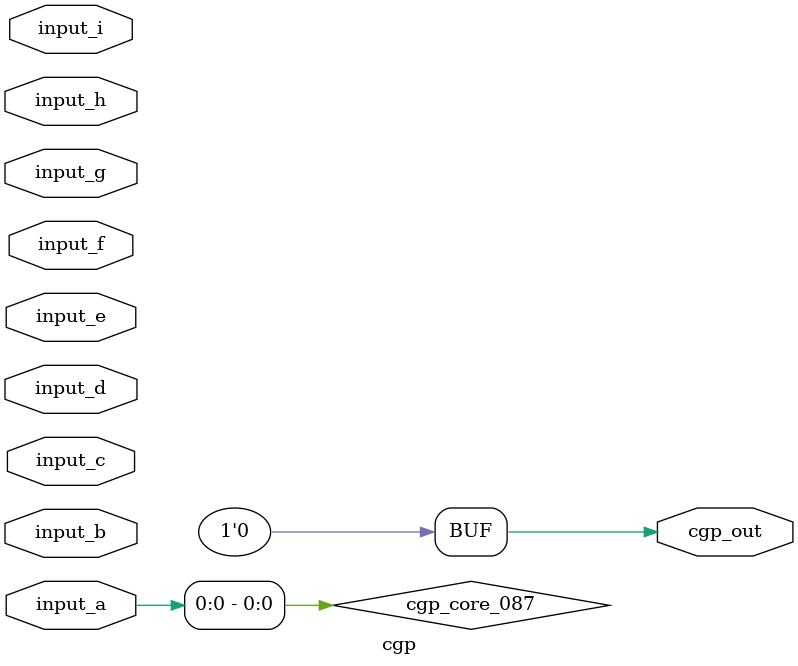
<source format=v>
module cgp(input [1:0] input_a, input [1:0] input_b, input [1:0] input_c, input [1:0] input_d, input [1:0] input_e, input [1:0] input_f, input [1:0] input_g, input [1:0] input_h, input [1:0] input_i, output [0:0] cgp_out);
  wire cgp_core_020;
  wire cgp_core_021;
  wire cgp_core_022;
  wire cgp_core_023;
  wire cgp_core_024;
  wire cgp_core_025;
  wire cgp_core_026;
  wire cgp_core_027;
  wire cgp_core_028;
  wire cgp_core_029;
  wire cgp_core_030;
  wire cgp_core_032;
  wire cgp_core_033;
  wire cgp_core_035;
  wire cgp_core_036;
  wire cgp_core_038;
  wire cgp_core_039;
  wire cgp_core_040;
  wire cgp_core_041;
  wire cgp_core_042;
  wire cgp_core_043;
  wire cgp_core_044;
  wire cgp_core_045;
  wire cgp_core_046;
  wire cgp_core_047;
  wire cgp_core_048;
  wire cgp_core_049;
  wire cgp_core_050;
  wire cgp_core_051;
  wire cgp_core_052;
  wire cgp_core_053;
  wire cgp_core_054;
  wire cgp_core_055;
  wire cgp_core_056_not;
  wire cgp_core_057;
  wire cgp_core_059;
  wire cgp_core_060;
  wire cgp_core_061;
  wire cgp_core_062;
  wire cgp_core_063;
  wire cgp_core_066_not;
  wire cgp_core_068;
  wire cgp_core_069;
  wire cgp_core_070;
  wire cgp_core_071;
  wire cgp_core_072;
  wire cgp_core_073;
  wire cgp_core_075;
  wire cgp_core_077;
  wire cgp_core_078;
  wire cgp_core_080;
  wire cgp_core_082_not;
  wire cgp_core_087;
  wire cgp_core_090;
  wire cgp_core_092;
  wire cgp_core_097;
  wire cgp_core_098;
  wire cgp_core_100;
  wire cgp_core_102;
  wire cgp_core_103;
  wire cgp_core_105;

  assign cgp_core_020 = input_h[0] & input_i[0];
  assign cgp_core_021 = input_h[0] & input_i[0];
  assign cgp_core_022 = input_h[1] ^ input_i[1];
  assign cgp_core_023 = input_h[1] & input_i[1];
  assign cgp_core_024 = ~(cgp_core_022 & cgp_core_021);
  assign cgp_core_025 = cgp_core_022 & cgp_core_021;
  assign cgp_core_026 = cgp_core_023 | input_d[0];
  assign cgp_core_027 = input_d[0] ^ cgp_core_020;
  assign cgp_core_028 = ~(input_d[0] | cgp_core_020);
  assign cgp_core_029 = input_d[1] ^ input_g[1];
  assign cgp_core_030 = ~(input_d[1] | input_a[0]);
  assign cgp_core_032 = input_h[0] & input_g[0];
  assign cgp_core_033 = cgp_core_030 | cgp_core_032;
  assign cgp_core_035 = cgp_core_026 & cgp_core_033;
  assign cgp_core_036 = input_b[0] ^ input_c[1];
  assign cgp_core_038 = input_b[1] ^ input_c[1];
  assign cgp_core_039 = input_b[1] & input_c[1];
  assign cgp_core_040 = cgp_core_038 ^ input_b[0];
  assign cgp_core_041 = cgp_core_038 & input_b[0];
  assign cgp_core_042 = cgp_core_039 | cgp_core_041;
  assign cgp_core_043 = input_a[0] ^ cgp_core_036;
  assign cgp_core_044 = input_a[0] & cgp_core_036;
  assign cgp_core_045 = input_a[1] ^ cgp_core_040;
  assign cgp_core_046 = input_a[1] & cgp_core_040;
  assign cgp_core_047 = cgp_core_045 ^ cgp_core_044;
  assign cgp_core_048 = cgp_core_045 & cgp_core_044;
  assign cgp_core_049 = cgp_core_046 | cgp_core_048;
  assign cgp_core_050 = cgp_core_042 ^ cgp_core_049;
  assign cgp_core_051 = cgp_core_042 & cgp_core_049;
  assign cgp_core_052 = input_f[0] ^ input_g[0];
  assign cgp_core_053 = input_f[0] & input_g[0];
  assign cgp_core_054 = input_f[1] ^ input_g[1];
  assign cgp_core_055 = input_f[1] & input_h[1];
  assign cgp_core_056_not = ~cgp_core_053;
  assign cgp_core_057 = cgp_core_054 & cgp_core_053;
  assign cgp_core_059 = input_e[0] ^ cgp_core_052;
  assign cgp_core_060 = input_e[0] & cgp_core_052;
  assign cgp_core_061 = input_e[1] ^ cgp_core_056_not;
  assign cgp_core_062 = input_e[1] & input_d[0];
  assign cgp_core_063 = cgp_core_061 ^ cgp_core_060;
  assign cgp_core_066_not = ~cgp_core_062;
  assign cgp_core_068 = cgp_core_043 ^ input_e[0];
  assign cgp_core_069 = cgp_core_043 & cgp_core_059;
  assign cgp_core_070 = cgp_core_047 ^ cgp_core_063;
  assign cgp_core_071 = cgp_core_047 & cgp_core_063;
  assign cgp_core_072 = input_d[0] ^ cgp_core_069;
  assign cgp_core_073 = cgp_core_070 & cgp_core_069;
  assign cgp_core_075 = cgp_core_050 ^ cgp_core_066_not;
  assign cgp_core_077 = cgp_core_075 ^ cgp_core_071;
  assign cgp_core_078 = cgp_core_075 & cgp_core_071;
  assign cgp_core_080 = cgp_core_051 ^ cgp_core_062;
  assign cgp_core_082_not = ~input_a[0];
  assign cgp_core_087 = ~cgp_core_082_not;
  assign cgp_core_090 = ~(cgp_core_035 ^ cgp_core_082_not);
  assign cgp_core_092 = ~cgp_core_077;
  assign cgp_core_097 = ~cgp_core_072;
  assign cgp_core_098 = input_i[0] & cgp_core_097;
  assign cgp_core_100 = ~(cgp_core_029 ^ cgp_core_072);
  assign cgp_core_102 = ~cgp_core_068;
  assign cgp_core_103 = cgp_core_027 & input_e[0];
  assign cgp_core_105 = ~(cgp_core_027 ^ cgp_core_068);

  assign cgp_out[0] = 1'b0;
endmodule
</source>
